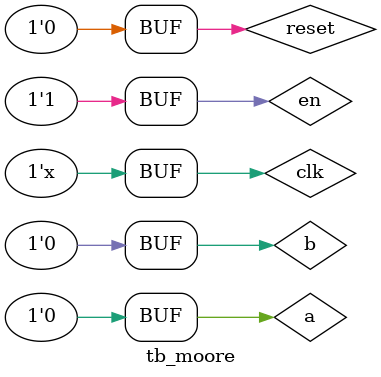
<source format=v>
`timescale 1ns/100 ps

module tb_moore;

   reg a=0,clk=1,reset=0,b=0, en=1;
   wire s;

   initial
      begin
      // time = 0ns
      reset = 1;
      a = 0;
      b = 0;

        
      // time = 10ns
      #10
      reset = 0;
      a = 0;
      b = 0;

        
      // time = 20ns
      #10
      reset = 0;
      a = 0;
      b = 1;


      // time = 30ns
      #10
      reset = 0;
      a = 0;
      b = 1;


      // time =40ns
      #10 
      reset = 0;
      a = 1;
      b = 1;


      #10
      reset = 0;
      a = 0;
      b = 1;

        
      // time = 70ns
      #10
      reset = 0;
      a = 1;
      b = 0;


      // time = 80ns
      #10
      reset = 0;
      a = 1;
      b = 1;


      // time =90ns
      #10 
      reset = 0;
      a = 0;
      b = 0;

      end

   // set up a free running clock with period 10 ns
   always
      begin
      clk = #5 ~clk;
      end

        
   // instantiate the negator as the unit under test (uut)
   mooreBehavioral_fsm uut(.a(a),.clk(clk),.reset(reset),.s(s),.b(b),.enable(en)); 

endmodule
</source>
